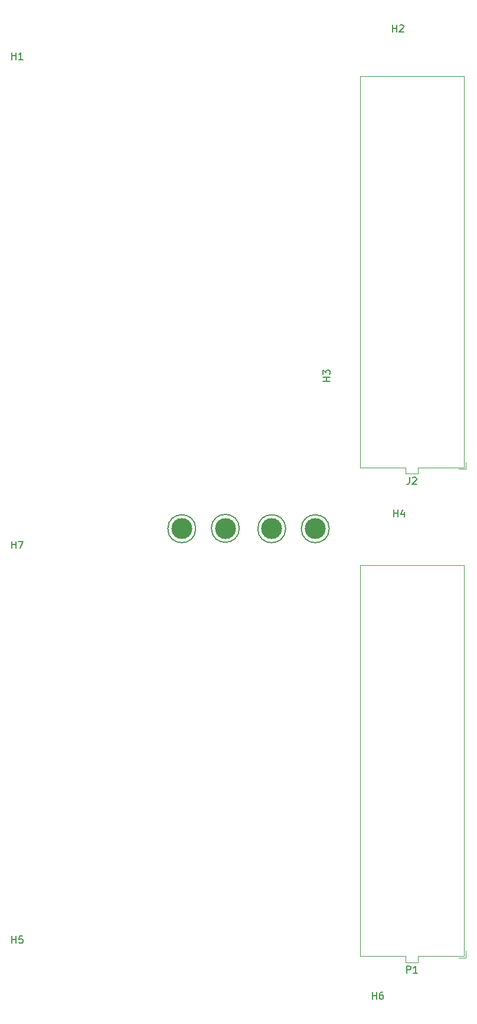
<source format=gbr>
%TF.GenerationSoftware,KiCad,Pcbnew,7.0.10-7.0.10~ubuntu22.04.1*%
%TF.CreationDate,2024-03-14T13:40:30-04:00*%
%TF.ProjectId,dioBreakOutBoard,64696f42-7265-4616-9b4f-7574426f6172,rev?*%
%TF.SameCoordinates,Original*%
%TF.FileFunction,Legend,Top*%
%TF.FilePolarity,Positive*%
%FSLAX46Y46*%
G04 Gerber Fmt 4.6, Leading zero omitted, Abs format (unit mm)*
G04 Created by KiCad (PCBNEW 7.0.10-7.0.10~ubuntu22.04.1) date 2024-03-14 13:40:30*
%MOMM*%
%LPD*%
G01*
G04 APERTURE LIST*
%ADD10C,0.150000*%
%ADD11C,0.120000*%
%ADD12C,3.000000*%
G04 APERTURE END LIST*
D10*
X229638095Y-19954819D02*
X229638095Y-18954819D01*
X229638095Y-19431009D02*
X230209523Y-19431009D01*
X230209523Y-19954819D02*
X230209523Y-18954819D01*
X230638095Y-19050057D02*
X230685714Y-19002438D01*
X230685714Y-19002438D02*
X230780952Y-18954819D01*
X230780952Y-18954819D02*
X231019047Y-18954819D01*
X231019047Y-18954819D02*
X231114285Y-19002438D01*
X231114285Y-19002438D02*
X231161904Y-19050057D01*
X231161904Y-19050057D02*
X231209523Y-19145295D01*
X231209523Y-19145295D02*
X231209523Y-19240533D01*
X231209523Y-19240533D02*
X231161904Y-19383390D01*
X231161904Y-19383390D02*
X230590476Y-19954819D01*
X230590476Y-19954819D02*
X231209523Y-19954819D01*
X175038095Y-23904819D02*
X175038095Y-22904819D01*
X175038095Y-23381009D02*
X175609523Y-23381009D01*
X175609523Y-23904819D02*
X175609523Y-22904819D01*
X176609523Y-23904819D02*
X176038095Y-23904819D01*
X176323809Y-23904819D02*
X176323809Y-22904819D01*
X176323809Y-22904819D02*
X176228571Y-23047676D01*
X176228571Y-23047676D02*
X176133333Y-23142914D01*
X176133333Y-23142914D02*
X176038095Y-23190533D01*
X232066666Y-83744819D02*
X232066666Y-84459104D01*
X232066666Y-84459104D02*
X232019047Y-84601961D01*
X232019047Y-84601961D02*
X231923809Y-84697200D01*
X231923809Y-84697200D02*
X231780952Y-84744819D01*
X231780952Y-84744819D02*
X231685714Y-84744819D01*
X232495238Y-83840057D02*
X232542857Y-83792438D01*
X232542857Y-83792438D02*
X232638095Y-83744819D01*
X232638095Y-83744819D02*
X232876190Y-83744819D01*
X232876190Y-83744819D02*
X232971428Y-83792438D01*
X232971428Y-83792438D02*
X233019047Y-83840057D01*
X233019047Y-83840057D02*
X233066666Y-83935295D01*
X233066666Y-83935295D02*
X233066666Y-84030533D01*
X233066666Y-84030533D02*
X233019047Y-84173390D01*
X233019047Y-84173390D02*
X232447619Y-84744819D01*
X232447619Y-84744819D02*
X233066666Y-84744819D01*
X175038095Y-150454819D02*
X175038095Y-149454819D01*
X175038095Y-149931009D02*
X175609523Y-149931009D01*
X175609523Y-150454819D02*
X175609523Y-149454819D01*
X176561904Y-149454819D02*
X176085714Y-149454819D01*
X176085714Y-149454819D02*
X176038095Y-149931009D01*
X176038095Y-149931009D02*
X176085714Y-149883390D01*
X176085714Y-149883390D02*
X176180952Y-149835771D01*
X176180952Y-149835771D02*
X176419047Y-149835771D01*
X176419047Y-149835771D02*
X176514285Y-149883390D01*
X176514285Y-149883390D02*
X176561904Y-149931009D01*
X176561904Y-149931009D02*
X176609523Y-150026247D01*
X176609523Y-150026247D02*
X176609523Y-150264342D01*
X176609523Y-150264342D02*
X176561904Y-150359580D01*
X176561904Y-150359580D02*
X176514285Y-150407200D01*
X176514285Y-150407200D02*
X176419047Y-150454819D01*
X176419047Y-150454819D02*
X176180952Y-150454819D01*
X176180952Y-150454819D02*
X176085714Y-150407200D01*
X176085714Y-150407200D02*
X176038095Y-150359580D01*
X229818095Y-89384819D02*
X229818095Y-88384819D01*
X229818095Y-88861009D02*
X230389523Y-88861009D01*
X230389523Y-89384819D02*
X230389523Y-88384819D01*
X231294285Y-88718152D02*
X231294285Y-89384819D01*
X231056190Y-88337200D02*
X230818095Y-89051485D01*
X230818095Y-89051485D02*
X231437142Y-89051485D01*
X175038095Y-93904819D02*
X175038095Y-92904819D01*
X175038095Y-93381009D02*
X175609523Y-93381009D01*
X175609523Y-93904819D02*
X175609523Y-92904819D01*
X175990476Y-92904819D02*
X176657142Y-92904819D01*
X176657142Y-92904819D02*
X176228571Y-93904819D01*
X226748095Y-158464819D02*
X226748095Y-157464819D01*
X226748095Y-157941009D02*
X227319523Y-157941009D01*
X227319523Y-158464819D02*
X227319523Y-157464819D01*
X228224285Y-157464819D02*
X228033809Y-157464819D01*
X228033809Y-157464819D02*
X227938571Y-157512438D01*
X227938571Y-157512438D02*
X227890952Y-157560057D01*
X227890952Y-157560057D02*
X227795714Y-157702914D01*
X227795714Y-157702914D02*
X227748095Y-157893390D01*
X227748095Y-157893390D02*
X227748095Y-158274342D01*
X227748095Y-158274342D02*
X227795714Y-158369580D01*
X227795714Y-158369580D02*
X227843333Y-158417200D01*
X227843333Y-158417200D02*
X227938571Y-158464819D01*
X227938571Y-158464819D02*
X228129047Y-158464819D01*
X228129047Y-158464819D02*
X228224285Y-158417200D01*
X228224285Y-158417200D02*
X228271904Y-158369580D01*
X228271904Y-158369580D02*
X228319523Y-158274342D01*
X228319523Y-158274342D02*
X228319523Y-158036247D01*
X228319523Y-158036247D02*
X228271904Y-157941009D01*
X228271904Y-157941009D02*
X228224285Y-157893390D01*
X228224285Y-157893390D02*
X228129047Y-157845771D01*
X228129047Y-157845771D02*
X227938571Y-157845771D01*
X227938571Y-157845771D02*
X227843333Y-157893390D01*
X227843333Y-157893390D02*
X227795714Y-157941009D01*
X227795714Y-157941009D02*
X227748095Y-158036247D01*
X231661905Y-154734819D02*
X231661905Y-153734819D01*
X231661905Y-153734819D02*
X232042857Y-153734819D01*
X232042857Y-153734819D02*
X232138095Y-153782438D01*
X232138095Y-153782438D02*
X232185714Y-153830057D01*
X232185714Y-153830057D02*
X232233333Y-153925295D01*
X232233333Y-153925295D02*
X232233333Y-154068152D01*
X232233333Y-154068152D02*
X232185714Y-154163390D01*
X232185714Y-154163390D02*
X232138095Y-154211009D01*
X232138095Y-154211009D02*
X232042857Y-154258628D01*
X232042857Y-154258628D02*
X231661905Y-154258628D01*
X233185714Y-154734819D02*
X232614286Y-154734819D01*
X232900000Y-154734819D02*
X232900000Y-153734819D01*
X232900000Y-153734819D02*
X232804762Y-153877676D01*
X232804762Y-153877676D02*
X232709524Y-153972914D01*
X232709524Y-153972914D02*
X232614286Y-154020533D01*
X220656819Y-69977724D02*
X219656819Y-69977724D01*
X220133009Y-69977724D02*
X220133009Y-69406296D01*
X220656819Y-69406296D02*
X219656819Y-69406296D01*
X219656819Y-69025343D02*
X219656819Y-68406296D01*
X219656819Y-68406296D02*
X220037771Y-68739629D01*
X220037771Y-68739629D02*
X220037771Y-68596772D01*
X220037771Y-68596772D02*
X220085390Y-68501534D01*
X220085390Y-68501534D02*
X220133009Y-68453915D01*
X220133009Y-68453915D02*
X220228247Y-68406296D01*
X220228247Y-68406296D02*
X220466342Y-68406296D01*
X220466342Y-68406296D02*
X220561580Y-68453915D01*
X220561580Y-68453915D02*
X220609200Y-68501534D01*
X220609200Y-68501534D02*
X220656819Y-68596772D01*
X220656819Y-68596772D02*
X220656819Y-68882486D01*
X220656819Y-68882486D02*
X220609200Y-68977724D01*
X220609200Y-68977724D02*
X220561580Y-69025343D01*
%TO.C,TP4*%
X201400000Y-91100000D02*
G75*
G03*
X197400000Y-91100000I-2000000J0D01*
G01*
X197400000Y-91100000D02*
G75*
G03*
X201400000Y-91100000I2000000J0D01*
G01*
%TO.C,TP2*%
X207650000Y-91050000D02*
G75*
G03*
X203650000Y-91050000I-2000000J0D01*
G01*
X203650000Y-91050000D02*
G75*
G03*
X207650000Y-91050000I2000000J0D01*
G01*
D11*
%TO.C,J2*%
X240100000Y-82570000D02*
X239100000Y-82570000D01*
X240100000Y-81570000D02*
X240100000Y-82570000D01*
X239850000Y-82340000D02*
X239850000Y-26340000D01*
X239850000Y-26340000D02*
X224950000Y-26340000D01*
X233270000Y-83230000D02*
X233270000Y-82340000D01*
X233270000Y-82340000D02*
X239850000Y-82340000D01*
X231530000Y-83230000D02*
X233270000Y-83230000D01*
X231530000Y-82340000D02*
X231530000Y-83230000D01*
X224950000Y-82340000D02*
X231530000Y-82340000D01*
X224950000Y-26340000D02*
X224950000Y-82340000D01*
D10*
%TO.C,TP3*%
X220550000Y-91100000D02*
G75*
G03*
X216550000Y-91100000I-2000000J0D01*
G01*
X216550000Y-91100000D02*
G75*
G03*
X220550000Y-91100000I2000000J0D01*
G01*
D11*
%TO.C,P1*%
X240100000Y-152560000D02*
X239100000Y-152560000D01*
X240100000Y-151560000D02*
X240100000Y-152560000D01*
X239850000Y-152330000D02*
X239850000Y-96330000D01*
X239850000Y-96330000D02*
X224950000Y-96330000D01*
X233270000Y-153220000D02*
X233270000Y-152330000D01*
X233270000Y-152330000D02*
X239850000Y-152330000D01*
X231530000Y-153220000D02*
X233270000Y-153220000D01*
X231530000Y-152330000D02*
X231530000Y-153220000D01*
X224950000Y-152330000D02*
X231530000Y-152330000D01*
X224950000Y-96330000D02*
X224950000Y-152330000D01*
D10*
%TO.C,TP1*%
X214300000Y-91100000D02*
G75*
G03*
X210300000Y-91100000I-2000000J0D01*
G01*
X210300000Y-91100000D02*
G75*
G03*
X214300000Y-91100000I2000000J0D01*
G01*
%TD*%
D12*
%TO.C,TP4*%
X199400000Y-91100000D03*
%TD*%
%TO.C,TP2*%
X205650000Y-91050000D03*
%TD*%
%TO.C,TP3*%
X218550000Y-91100000D03*
%TD*%
%TO.C,TP1*%
X212300000Y-91100000D03*
%TD*%
M02*

</source>
